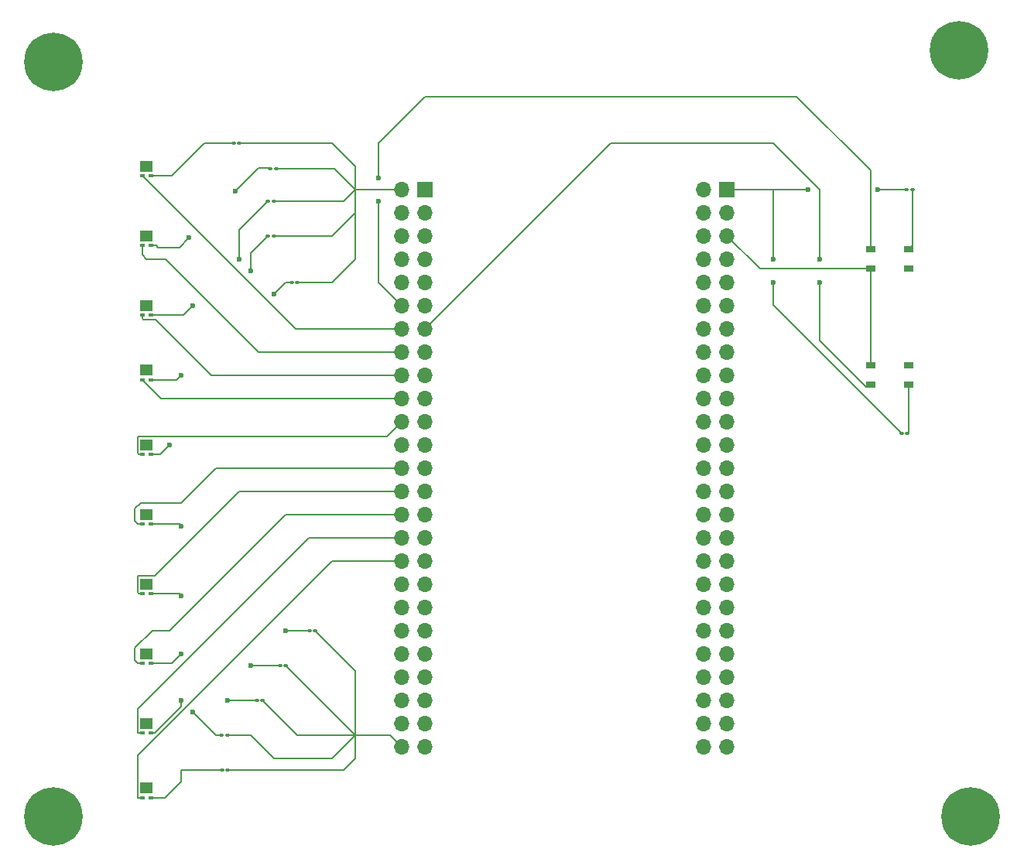
<source format=gbr>
%TF.GenerationSoftware,KiCad,Pcbnew,(7.0.0)*%
%TF.CreationDate,2023-05-31T23:53:27-06:00*%
%TF.ProjectId,Final Project - Shield (2),46696e61-6c20-4507-926f-6a656374202d,rev?*%
%TF.SameCoordinates,Original*%
%TF.FileFunction,Copper,L1,Top*%
%TF.FilePolarity,Positive*%
%FSLAX46Y46*%
G04 Gerber Fmt 4.6, Leading zero omitted, Abs format (unit mm)*
G04 Created by KiCad (PCBNEW (7.0.0)) date 2023-05-31 23:53:27*
%MOMM*%
%LPD*%
G01*
G04 APERTURE LIST*
G04 Aperture macros list*
%AMRoundRect*
0 Rectangle with rounded corners*
0 $1 Rounding radius*
0 $2 $3 $4 $5 $6 $7 $8 $9 X,Y pos of 4 corners*
0 Add a 4 corners polygon primitive as box body*
4,1,4,$2,$3,$4,$5,$6,$7,$8,$9,$2,$3,0*
0 Add four circle primitives for the rounded corners*
1,1,$1+$1,$2,$3*
1,1,$1+$1,$4,$5*
1,1,$1+$1,$6,$7*
1,1,$1+$1,$8,$9*
0 Add four rect primitives between the rounded corners*
20,1,$1+$1,$2,$3,$4,$5,0*
20,1,$1+$1,$4,$5,$6,$7,0*
20,1,$1+$1,$6,$7,$8,$9,0*
20,1,$1+$1,$8,$9,$2,$3,0*%
G04 Aperture macros list end*
%TA.AperFunction,SMDPad,CuDef*%
%ADD10R,0.550000X0.380000*%
%TD*%
%TA.AperFunction,SMDPad,CuDef*%
%ADD11R,1.400000X1.200000*%
%TD*%
%TA.AperFunction,SMDPad,CuDef*%
%ADD12RoundRect,0.100000X0.130000X0.100000X-0.130000X0.100000X-0.130000X-0.100000X0.130000X-0.100000X0*%
%TD*%
%TA.AperFunction,SMDPad,CuDef*%
%ADD13R,1.050000X0.650000*%
%TD*%
%TA.AperFunction,ComponentPad*%
%ADD14C,6.400000*%
%TD*%
%TA.AperFunction,SMDPad,CuDef*%
%ADD15RoundRect,0.100000X-0.130000X-0.100000X0.130000X-0.100000X0.130000X0.100000X-0.130000X0.100000X0*%
%TD*%
%TA.AperFunction,ComponentPad*%
%ADD16R,1.700000X1.700000*%
%TD*%
%TA.AperFunction,ComponentPad*%
%ADD17O,1.700000X1.700000*%
%TD*%
%TA.AperFunction,ViaPad*%
%ADD18C,0.600000*%
%TD*%
%TA.AperFunction,Conductor*%
%ADD19C,0.200000*%
%TD*%
G04 APERTURE END LIST*
D10*
%TO.P,D8,1,K*%
%TO.N,Net-(D8-K)*%
X102049999Y-120419999D03*
%TO.P,D8,2,A*%
%TO.N,LD8*%
X101149999Y-120419999D03*
D11*
%TO.P,D8,3*%
%TO.N,N/C*%
X101599999Y-119379999D03*
%TD*%
D12*
%TO.P,R4,1*%
%TO.N,GND*%
X115545000Y-73660000D03*
%TO.P,R4,2*%
%TO.N,Net-(D4-K)*%
X114905000Y-73660000D03*
%TD*%
D10*
%TO.P,D10,1,K*%
%TO.N,Net-(D10-K)*%
X102049999Y-135139999D03*
%TO.P,D10,2,A*%
%TO.N,LD10*%
X101149999Y-135139999D03*
D11*
%TO.P,D10,3*%
%TO.N,N/C*%
X101599999Y-134099999D03*
%TD*%
D13*
%TO.P,SW1,1,A*%
%TO.N,B1*%
X180804999Y-75124999D03*
X184954999Y-75124999D03*
%TO.P,SW1,2,B*%
%TO.N,+3V0*%
X180804999Y-77274999D03*
X184954999Y-77274999D03*
%TD*%
D12*
%TO.P,R10,1*%
%TO.N,GND*%
X110490000Y-132080000D03*
%TO.P,R10,2*%
%TO.N,Net-(D10-K)*%
X109850000Y-132080000D03*
%TD*%
D14*
%TO.P,H2,1*%
%TO.N,N/C*%
X190500000Y-53340000D03*
%TD*%
D15*
%TO.P,R11,1*%
%TO.N,GND*%
X184175000Y-95250000D03*
%TO.P,R11,2*%
%TO.N,B2*%
X184815000Y-95250000D03*
%TD*%
D12*
%TO.P,R8,1*%
%TO.N,GND*%
X114300000Y-124460000D03*
%TO.P,R8,2*%
%TO.N,Net-(D8-K)*%
X113660000Y-124460000D03*
%TD*%
D10*
%TO.P,D7,1,K*%
%TO.N,Net-(D7-K)*%
X102049999Y-112799999D03*
%TO.P,D7,2,A*%
%TO.N,LD7*%
X101149999Y-112799999D03*
D11*
%TO.P,D7,3*%
%TO.N,N/C*%
X101599999Y-111759999D03*
%TD*%
D12*
%TO.P,R6,1*%
%TO.N,GND*%
X120045000Y-116840000D03*
%TO.P,R6,2*%
%TO.N,Net-(D6-K)*%
X119405000Y-116840000D03*
%TD*%
%TO.P,R12,1*%
%TO.N,GND*%
X111760000Y-63500000D03*
%TO.P,R12,2*%
%TO.N,Net-(D1-K)*%
X111120000Y-63500000D03*
%TD*%
D16*
%TO.P,J1,1,Pin_1*%
%TO.N,GND*%
X132079999Y-68579999D03*
D17*
%TO.P,J1,2,Pin_2*%
X129539999Y-68579999D03*
%TO.P,J1,3,Pin_3*%
%TO.N,unconnected-(J1-Pin_3-Pad3)*%
X132079999Y-71119999D03*
%TO.P,J1,4,Pin_4*%
%TO.N,unconnected-(J1-Pin_4-Pad4)*%
X129539999Y-71119999D03*
%TO.P,J1,5,Pin_5*%
%TO.N,unconnected-(J1-Pin_5-Pad5)*%
X132079999Y-73659999D03*
%TO.P,J1,6,Pin_6*%
%TO.N,GND*%
X129539999Y-73659999D03*
%TO.P,J1,7,Pin_7*%
%TO.N,unconnected-(J1-Pin_7-Pad7)*%
X132079999Y-76199999D03*
%TO.P,J1,8,Pin_8*%
%TO.N,unconnected-(J1-Pin_8-Pad8)*%
X129539999Y-76199999D03*
%TO.P,J1,9,Pin_9*%
%TO.N,unconnected-(J1-Pin_9-Pad9)*%
X132079999Y-78739999D03*
%TO.P,J1,10,Pin_10*%
%TO.N,unconnected-(J1-Pin_10-Pad10)*%
X129539999Y-78739999D03*
%TO.P,J1,11,Pin_11*%
%TO.N,unconnected-(J1-Pin_11-Pad11)*%
X132079999Y-81279999D03*
%TO.P,J1,12,Pin_12*%
%TO.N,B1*%
X129539999Y-81279999D03*
%TO.P,J1,13,Pin_13*%
%TO.N,B2*%
X132079999Y-83819999D03*
%TO.P,J1,14,Pin_14*%
%TO.N,LD1*%
X129539999Y-83819999D03*
%TO.P,J1,15,Pin_15*%
%TO.N,unconnected-(J1-Pin_15-Pad15)*%
X132079999Y-86359999D03*
%TO.P,J1,16,Pin_16*%
%TO.N,LD2*%
X129539999Y-86359999D03*
%TO.P,J1,17,Pin_17*%
%TO.N,unconnected-(J1-Pin_17-Pad17)*%
X132079999Y-88899999D03*
%TO.P,J1,18,Pin_18*%
%TO.N,LD3*%
X129539999Y-88899999D03*
%TO.P,J1,19,Pin_19*%
%TO.N,unconnected-(J1-Pin_19-Pad19)*%
X132079999Y-91439999D03*
%TO.P,J1,20,Pin_20*%
%TO.N,LD4*%
X129539999Y-91439999D03*
%TO.P,J1,21,Pin_21*%
%TO.N,unconnected-(J1-Pin_21-Pad21)*%
X132079999Y-93979999D03*
%TO.P,J1,22,Pin_22*%
%TO.N,LD5*%
X129539999Y-93979999D03*
%TO.P,J1,23,Pin_23*%
%TO.N,unconnected-(J1-Pin_23-Pad23)*%
X132079999Y-96519999D03*
%TO.P,J1,24,Pin_24*%
%TO.N,GND*%
X129539999Y-96519999D03*
%TO.P,J1,25,Pin_25*%
%TO.N,unconnected-(J1-Pin_25-Pad25)*%
X132079999Y-99059999D03*
%TO.P,J1,26,Pin_26*%
%TO.N,LD6*%
X129539999Y-99059999D03*
%TO.P,J1,27,Pin_27*%
%TO.N,unconnected-(J1-Pin_27-Pad27)*%
X132079999Y-101599999D03*
%TO.P,J1,28,Pin_28*%
%TO.N,LD7*%
X129539999Y-101599999D03*
%TO.P,J1,29,Pin_29*%
%TO.N,unconnected-(J1-Pin_29-Pad29)*%
X132079999Y-104139999D03*
%TO.P,J1,30,Pin_30*%
%TO.N,LD8*%
X129539999Y-104139999D03*
%TO.P,J1,31,Pin_31*%
%TO.N,unconnected-(J1-Pin_31-Pad31)*%
X132079999Y-106679999D03*
%TO.P,J1,32,Pin_32*%
%TO.N,LD9*%
X129539999Y-106679999D03*
%TO.P,J1,33,Pin_33*%
%TO.N,unconnected-(J1-Pin_33-Pad33)*%
X132079999Y-109219999D03*
%TO.P,J1,34,Pin_34*%
%TO.N,LD10*%
X129539999Y-109219999D03*
%TO.P,J1,35,Pin_35*%
%TO.N,unconnected-(J1-Pin_35-Pad35)*%
X132079999Y-111759999D03*
%TO.P,J1,36,Pin_36*%
%TO.N,unconnected-(J1-Pin_36-Pad36)*%
X129539999Y-111759999D03*
%TO.P,J1,37,Pin_37*%
%TO.N,unconnected-(J1-Pin_37-Pad37)*%
X132079999Y-114299999D03*
%TO.P,J1,38,Pin_38*%
%TO.N,unconnected-(J1-Pin_38-Pad38)*%
X129539999Y-114299999D03*
%TO.P,J1,39,Pin_39*%
%TO.N,unconnected-(J1-Pin_39-Pad39)*%
X132079999Y-116839999D03*
%TO.P,J1,40,Pin_40*%
%TO.N,unconnected-(J1-Pin_40-Pad40)*%
X129539999Y-116839999D03*
%TO.P,J1,41,Pin_41*%
%TO.N,unconnected-(J1-Pin_41-Pad41)*%
X132079999Y-119379999D03*
%TO.P,J1,42,Pin_42*%
%TO.N,unconnected-(J1-Pin_42-Pad42)*%
X129539999Y-119379999D03*
%TO.P,J1,43,Pin_43*%
%TO.N,unconnected-(J1-Pin_43-Pad43)*%
X132079999Y-121919999D03*
%TO.P,J1,44,Pin_44*%
%TO.N,unconnected-(J1-Pin_44-Pad44)*%
X129539999Y-121919999D03*
%TO.P,J1,45,Pin_45*%
%TO.N,unconnected-(J1-Pin_45-Pad45)*%
X132079999Y-124459999D03*
%TO.P,J1,46,Pin_46*%
%TO.N,unconnected-(J1-Pin_46-Pad46)*%
X129539999Y-124459999D03*
%TO.P,J1,47,Pin_47*%
%TO.N,unconnected-(J1-Pin_47-Pad47)*%
X132079999Y-126999999D03*
%TO.P,J1,48,Pin_48*%
%TO.N,unconnected-(J1-Pin_48-Pad48)*%
X129539999Y-126999999D03*
%TO.P,J1,49,Pin_49*%
%TO.N,GND*%
X132079999Y-129539999D03*
%TO.P,J1,50,Pin_50*%
X129539999Y-129539999D03*
%TD*%
D12*
%TO.P,R2,1*%
%TO.N,GND*%
X115785000Y-66302765D03*
%TO.P,R2,2*%
%TO.N,Net-(D2-K)*%
X115145000Y-66302765D03*
%TD*%
D13*
%TO.P,SW2,1,A*%
%TO.N,B2*%
X184954999Y-89974999D03*
X180804999Y-89974999D03*
%TO.P,SW2,2,B*%
%TO.N,+3V0*%
X184954999Y-87824999D03*
X180804999Y-87824999D03*
%TD*%
D14*
%TO.P,H4,1*%
%TO.N,N/C*%
X191770000Y-137160000D03*
%TD*%
D10*
%TO.P,D2,1,K*%
%TO.N,Net-(D2-K)*%
X102049999Y-74699999D03*
%TO.P,D2,2,A*%
%TO.N,LD2*%
X101149999Y-74699999D03*
D11*
%TO.P,D2,3*%
%TO.N,N/C*%
X101599999Y-73659999D03*
%TD*%
D15*
%TO.P,R1,1*%
%TO.N,GND*%
X184755000Y-68580000D03*
%TO.P,R1,2*%
%TO.N,B1*%
X185395000Y-68580000D03*
%TD*%
D12*
%TO.P,R3,1*%
%TO.N,GND*%
X115545000Y-69850000D03*
%TO.P,R3,2*%
%TO.N,Net-(D3-K)*%
X114905000Y-69850000D03*
%TD*%
D10*
%TO.P,D1,1,K*%
%TO.N,Net-(D1-K)*%
X102049999Y-67079999D03*
%TO.P,D1,2,A*%
%TO.N,LD1*%
X101149999Y-67079999D03*
D11*
%TO.P,D1,3*%
%TO.N,N/C*%
X101599999Y-66039999D03*
%TD*%
D14*
%TO.P,H1,1*%
%TO.N,N/C*%
X91440000Y-54610000D03*
%TD*%
D10*
%TO.P,D9,1,K*%
%TO.N,Net-(D9-K)*%
X102049999Y-128039999D03*
%TO.P,D9,2,A*%
%TO.N,LD9*%
X101149999Y-128039999D03*
D11*
%TO.P,D9,3*%
%TO.N,N/C*%
X101599999Y-126999999D03*
%TD*%
D10*
%TO.P,D6,1,K*%
%TO.N,Net-(D6-K)*%
X102049999Y-105179999D03*
%TO.P,D6,2,A*%
%TO.N,LD6*%
X101149999Y-105179999D03*
D11*
%TO.P,D6,3*%
%TO.N,N/C*%
X101599999Y-104139999D03*
%TD*%
D16*
%TO.P,J2,1,Pin_1*%
%TO.N,GND*%
X165099999Y-68579999D03*
D17*
%TO.P,J2,2,Pin_2*%
X162559999Y-68579999D03*
%TO.P,J2,3,Pin_3*%
%TO.N,+5V*%
X165099999Y-71119999D03*
%TO.P,J2,4,Pin_4*%
X162559999Y-71119999D03*
%TO.P,J2,5,Pin_5*%
%TO.N,+3V0*%
X165099999Y-73659999D03*
%TO.P,J2,6,Pin_6*%
X162559999Y-73659999D03*
%TO.P,J2,7,Pin_7*%
%TO.N,unconnected-(J2-Pin_7-Pad7)*%
X165099999Y-76199999D03*
%TO.P,J2,8,Pin_8*%
%TO.N,unconnected-(J2-Pin_8-Pad8)*%
X162559999Y-76199999D03*
%TO.P,J2,9,Pin_9*%
%TO.N,unconnected-(J2-Pin_9-Pad9)*%
X165099999Y-78739999D03*
%TO.P,J2,10,Pin_10*%
%TO.N,unconnected-(J2-Pin_10-Pad10)*%
X162559999Y-78739999D03*
%TO.P,J2,11,Pin_11*%
%TO.N,unconnected-(J2-Pin_11-Pad11)*%
X165099999Y-81279999D03*
%TO.P,J2,12,Pin_12*%
%TO.N,unconnected-(J2-Pin_12-Pad12)*%
X162559999Y-81279999D03*
%TO.P,J2,13,Pin_13*%
%TO.N,unconnected-(J2-Pin_13-Pad13)*%
X165099999Y-83819999D03*
%TO.P,J2,14,Pin_14*%
%TO.N,unconnected-(J2-Pin_14-Pad14)*%
X162559999Y-83819999D03*
%TO.P,J2,15,Pin_15*%
%TO.N,unconnected-(J2-Pin_15-Pad15)*%
X165099999Y-86359999D03*
%TO.P,J2,16,Pin_16*%
%TO.N,unconnected-(J2-Pin_16-Pad16)*%
X162559999Y-86359999D03*
%TO.P,J2,17,Pin_17*%
%TO.N,unconnected-(J2-Pin_17-Pad17)*%
X165099999Y-88899999D03*
%TO.P,J2,18,Pin_18*%
%TO.N,unconnected-(J2-Pin_18-Pad18)*%
X162559999Y-88899999D03*
%TO.P,J2,19,Pin_19*%
%TO.N,unconnected-(J2-Pin_19-Pad19)*%
X165099999Y-91439999D03*
%TO.P,J2,20,Pin_20*%
%TO.N,unconnected-(J2-Pin_20-Pad20)*%
X162559999Y-91439999D03*
%TO.P,J2,21,Pin_21*%
%TO.N,unconnected-(J2-Pin_21-Pad21)*%
X165099999Y-93979999D03*
%TO.P,J2,22,Pin_22*%
%TO.N,unconnected-(J2-Pin_22-Pad22)*%
X162559999Y-93979999D03*
%TO.P,J2,23,Pin_23*%
%TO.N,unconnected-(J2-Pin_23-Pad23)*%
X165099999Y-96519999D03*
%TO.P,J2,24,Pin_24*%
%TO.N,unconnected-(J2-Pin_24-Pad24)*%
X162559999Y-96519999D03*
%TO.P,J2,25,Pin_25*%
%TO.N,unconnected-(J2-Pin_25-Pad25)*%
X165099999Y-99059999D03*
%TO.P,J2,26,Pin_26*%
%TO.N,unconnected-(J2-Pin_26-Pad26)*%
X162559999Y-99059999D03*
%TO.P,J2,27,Pin_27*%
%TO.N,unconnected-(J2-Pin_27-Pad27)*%
X165099999Y-101599999D03*
%TO.P,J2,28,Pin_28*%
%TO.N,unconnected-(J2-Pin_28-Pad28)*%
X162559999Y-101599999D03*
%TO.P,J2,29,Pin_29*%
%TO.N,unconnected-(J2-Pin_29-Pad29)*%
X165099999Y-104139999D03*
%TO.P,J2,30,Pin_30*%
%TO.N,unconnected-(J2-Pin_30-Pad30)*%
X162559999Y-104139999D03*
%TO.P,J2,31,Pin_31*%
%TO.N,unconnected-(J2-Pin_31-Pad31)*%
X165099999Y-106679999D03*
%TO.P,J2,32,Pin_32*%
%TO.N,unconnected-(J2-Pin_32-Pad32)*%
X162559999Y-106679999D03*
%TO.P,J2,33,Pin_33*%
%TO.N,unconnected-(J2-Pin_33-Pad33)*%
X165099999Y-109219999D03*
%TO.P,J2,34,Pin_34*%
%TO.N,unconnected-(J2-Pin_34-Pad34)*%
X162559999Y-109219999D03*
%TO.P,J2,35,Pin_35*%
%TO.N,unconnected-(J2-Pin_35-Pad35)*%
X165099999Y-111759999D03*
%TO.P,J2,36,Pin_36*%
%TO.N,unconnected-(J2-Pin_36-Pad36)*%
X162559999Y-111759999D03*
%TO.P,J2,37,Pin_37*%
%TO.N,unconnected-(J2-Pin_37-Pad37)*%
X165099999Y-114299999D03*
%TO.P,J2,38,Pin_38*%
%TO.N,unconnected-(J2-Pin_38-Pad38)*%
X162559999Y-114299999D03*
%TO.P,J2,39,Pin_39*%
%TO.N,unconnected-(J2-Pin_39-Pad39)*%
X165099999Y-116839999D03*
%TO.P,J2,40,Pin_40*%
%TO.N,unconnected-(J2-Pin_40-Pad40)*%
X162559999Y-116839999D03*
%TO.P,J2,41,Pin_41*%
%TO.N,unconnected-(J2-Pin_41-Pad41)*%
X165099999Y-119379999D03*
%TO.P,J2,42,Pin_42*%
%TO.N,unconnected-(J2-Pin_42-Pad42)*%
X162559999Y-119379999D03*
%TO.P,J2,43,Pin_43*%
%TO.N,unconnected-(J2-Pin_43-Pad43)*%
X165099999Y-121919999D03*
%TO.P,J2,44,Pin_44*%
%TO.N,unconnected-(J2-Pin_44-Pad44)*%
X162559999Y-121919999D03*
%TO.P,J2,45,Pin_45*%
%TO.N,unconnected-(J2-Pin_45-Pad45)*%
X165099999Y-124459999D03*
%TO.P,J2,46,Pin_46*%
%TO.N,unconnected-(J2-Pin_46-Pad46)*%
X162559999Y-124459999D03*
%TO.P,J2,47,Pin_47*%
%TO.N,unconnected-(J2-Pin_47-Pad47)*%
X165099999Y-126999999D03*
%TO.P,J2,48,Pin_48*%
%TO.N,unconnected-(J2-Pin_48-Pad48)*%
X162559999Y-126999999D03*
%TO.P,J2,49,Pin_49*%
%TO.N,GND*%
X165099999Y-129539999D03*
%TO.P,J2,50,Pin_50*%
X162559999Y-129539999D03*
%TD*%
D10*
%TO.P,D3,1,K*%
%TO.N,Net-(D3-K)*%
X102049999Y-82319999D03*
%TO.P,D3,2,A*%
%TO.N,LD3*%
X101149999Y-82319999D03*
D11*
%TO.P,D3,3*%
%TO.N,N/C*%
X101599999Y-81279999D03*
%TD*%
D12*
%TO.P,R7,1*%
%TO.N,GND*%
X116840000Y-120650000D03*
%TO.P,R7,2*%
%TO.N,Net-(D7-K)*%
X116200000Y-120650000D03*
%TD*%
D10*
%TO.P,D4,1,K*%
%TO.N,Net-(D4-K)*%
X102049999Y-89419999D03*
%TO.P,D4,2,A*%
%TO.N,LD4*%
X101149999Y-89419999D03*
D11*
%TO.P,D4,3*%
%TO.N,N/C*%
X101599999Y-88379999D03*
%TD*%
D14*
%TO.P,H3,1*%
%TO.N,N/C*%
X91440000Y-137160000D03*
%TD*%
D10*
%TO.P,D5,1,K*%
%TO.N,Net-(D5-K)*%
X102049999Y-97559999D03*
%TO.P,D5,2,A*%
%TO.N,LD5*%
X101149999Y-97559999D03*
D11*
%TO.P,D5,3*%
%TO.N,N/C*%
X101599999Y-96519999D03*
%TD*%
D12*
%TO.P,R9,1*%
%TO.N,GND*%
X110465000Y-128270000D03*
%TO.P,R9,2*%
%TO.N,Net-(D9-K)*%
X109825000Y-128270000D03*
%TD*%
%TO.P,R5,1*%
%TO.N,GND*%
X118110000Y-78740000D03*
%TO.P,R5,2*%
%TO.N,Net-(D5-K)*%
X117470000Y-78740000D03*
%TD*%
D18*
%TO.N,Net-(D2-K)*%
X106230000Y-73890000D03*
X111310000Y-68810000D03*
%TO.N,Net-(D3-K)*%
X111760000Y-76200000D03*
X106680000Y-81280000D03*
%TO.N,Net-(D4-K)*%
X113030000Y-77470000D03*
X105410000Y-88900000D03*
%TO.N,Net-(D5-K)*%
X115570000Y-80010000D03*
X104140000Y-96520000D03*
%TO.N,Net-(D6-K)*%
X116840000Y-116840000D03*
X105410000Y-105410000D03*
%TO.N,Net-(D7-K)*%
X113030000Y-120650000D03*
X105410000Y-113030000D03*
%TO.N,Net-(D8-K)*%
X105410000Y-119380000D03*
X110490000Y-124460000D03*
%TO.N,Net-(D9-K)*%
X106680000Y-125730000D03*
X105410000Y-124460000D03*
%TO.N,GND*%
X170180000Y-76200000D03*
X170180000Y-78740000D03*
X173990000Y-68580000D03*
X181610000Y-68580000D03*
%TO.N,B1*%
X127000000Y-67310000D03*
X127000000Y-69850000D03*
%TO.N,B2*%
X175260000Y-78740000D03*
X175260000Y-76200000D03*
%TD*%
D19*
%TO.N,Net-(D1-K)*%
X107950000Y-63500000D02*
X111120000Y-63500000D01*
X104370000Y-67080000D02*
X107950000Y-63500000D01*
X102050000Y-67080000D02*
X104370000Y-67080000D01*
%TO.N,LD1*%
X129540000Y-83820000D02*
X117890000Y-83820000D01*
X117890000Y-83820000D02*
X101150000Y-67080000D01*
%TO.N,Net-(D2-K)*%
X113850000Y-66270000D02*
X115112235Y-66270000D01*
X111310000Y-68810000D02*
X113850000Y-66270000D01*
X105190000Y-74930000D02*
X106230000Y-73890000D01*
X105190000Y-74930000D02*
X102870000Y-74930000D01*
X102640000Y-74700000D02*
X102050000Y-74700000D01*
X102870000Y-74930000D02*
X102640000Y-74700000D01*
X115112235Y-66270000D02*
X115145000Y-66302765D01*
%TO.N,LD2*%
X129540000Y-86360000D02*
X113810000Y-86360000D01*
X113810000Y-86360000D02*
X103650000Y-76200000D01*
X103650000Y-76200000D02*
X101600000Y-76200000D01*
X101150000Y-75750000D02*
X101150000Y-74700000D01*
X101600000Y-76200000D02*
X101150000Y-75750000D01*
%TO.N,Net-(D3-K)*%
X111760000Y-72995000D02*
X114905000Y-69850000D01*
X105640000Y-82320000D02*
X106680000Y-81280000D01*
X111760000Y-76200000D02*
X111760000Y-72995000D01*
X102050000Y-82320000D02*
X105640000Y-82320000D01*
%TO.N,LD3*%
X129540000Y-88900000D02*
X108715000Y-88900000D01*
X108715000Y-88900000D02*
X102625000Y-82810000D01*
X101150000Y-82710000D02*
X101150000Y-82320000D01*
X102625000Y-82810000D02*
X101250000Y-82810000D01*
X101250000Y-82810000D02*
X101150000Y-82710000D01*
%TO.N,Net-(D4-K)*%
X113030000Y-75535000D02*
X113030000Y-77470000D01*
X104890000Y-89420000D02*
X102050000Y-89420000D01*
X114905000Y-73660000D02*
X113030000Y-75535000D01*
X105410000Y-88900000D02*
X104890000Y-89420000D01*
%TO.N,LD4*%
X103170000Y-91440000D02*
X101150000Y-89420000D01*
X129540000Y-91440000D02*
X103170000Y-91440000D01*
%TO.N,Net-(D5-K)*%
X117470000Y-78740000D02*
X116840000Y-78740000D01*
X104140000Y-96520000D02*
X103100000Y-97560000D01*
X103100000Y-97560000D02*
X102050000Y-97560000D01*
X116840000Y-78740000D02*
X115570000Y-80010000D01*
%TO.N,LD5*%
X100600000Y-97420000D02*
X100740000Y-97560000D01*
X127900000Y-95620000D02*
X100600000Y-95620000D01*
X100740000Y-97560000D02*
X101150000Y-97560000D01*
X129540000Y-93980000D02*
X127900000Y-95620000D01*
X100600000Y-95620000D02*
X100600000Y-97420000D01*
%TO.N,Net-(D6-K)*%
X105180000Y-105180000D02*
X105410000Y-105410000D01*
X102050000Y-105180000D02*
X105180000Y-105180000D01*
X116840000Y-116840000D02*
X119405000Y-116840000D01*
%TO.N,LD6*%
X100675000Y-105180000D02*
X101150000Y-105180000D01*
X129540000Y-99060000D02*
X109220000Y-99060000D01*
X105410000Y-102870000D02*
X100970000Y-102870000D01*
X109220000Y-99060000D02*
X105410000Y-102870000D01*
X100330000Y-103510000D02*
X100330000Y-104835000D01*
X100970000Y-102870000D02*
X100330000Y-103510000D01*
X100330000Y-104835000D02*
X100675000Y-105180000D01*
%TO.N,Net-(D7-K)*%
X105180000Y-112800000D02*
X105410000Y-113030000D01*
X102050000Y-112800000D02*
X105180000Y-112800000D01*
X113030000Y-120650000D02*
X116200000Y-120650000D01*
%TO.N,LD7*%
X100600000Y-112660000D02*
X100740000Y-112800000D01*
X100740000Y-112800000D02*
X101150000Y-112800000D01*
X100600000Y-110860000D02*
X100600000Y-112660000D01*
X102500000Y-110860000D02*
X100600000Y-110860000D01*
X129540000Y-101600000D02*
X111760000Y-101600000D01*
X111760000Y-101600000D02*
X102500000Y-110860000D01*
%TO.N,Net-(D8-K)*%
X110490000Y-124460000D02*
X113660000Y-124460000D01*
X102050000Y-120420000D02*
X104370000Y-120420000D01*
X104370000Y-120420000D02*
X105410000Y-119380000D01*
%TO.N,LD8*%
X100330000Y-120075000D02*
X100675000Y-120420000D01*
X104140000Y-116840000D02*
X102240000Y-116840000D01*
X102240000Y-116840000D02*
X100330000Y-118750000D01*
X100330000Y-118750000D02*
X100330000Y-120075000D01*
X116840000Y-104140000D02*
X104140000Y-116840000D01*
X129540000Y-104140000D02*
X116840000Y-104140000D01*
X100675000Y-120420000D02*
X101150000Y-120420000D01*
%TO.N,Net-(D9-K)*%
X102050000Y-128040000D02*
X102525000Y-128040000D01*
X106680000Y-125730000D02*
X109220000Y-128270000D01*
X109220000Y-128270000D02*
X109825000Y-128270000D01*
X105410000Y-125155000D02*
X105410000Y-124460000D01*
X102525000Y-128040000D02*
X105410000Y-125155000D01*
%TO.N,LD9*%
X119380000Y-106680000D02*
X100600000Y-125460000D01*
X100600000Y-127965000D02*
X100675000Y-128040000D01*
X129540000Y-106680000D02*
X119380000Y-106680000D01*
X100600000Y-125460000D02*
X100600000Y-127965000D01*
X100675000Y-128040000D02*
X101150000Y-128040000D01*
%TO.N,Net-(D10-K)*%
X105410000Y-132080000D02*
X109850000Y-132080000D01*
X105410000Y-133350000D02*
X105410000Y-132080000D01*
X103620000Y-135140000D02*
X105410000Y-133350000D01*
X102050000Y-135140000D02*
X103620000Y-135140000D01*
%TO.N,LD10*%
X100600000Y-130540000D02*
X100600000Y-135065000D01*
X100675000Y-135140000D02*
X101150000Y-135140000D01*
X121920000Y-109220000D02*
X100600000Y-130540000D01*
X100600000Y-135065000D02*
X100675000Y-135140000D01*
X129540000Y-109220000D02*
X121920000Y-109220000D01*
%TO.N,GND*%
X111760000Y-63500000D02*
X121920000Y-63500000D01*
X121920000Y-78740000D02*
X124460000Y-76200000D01*
X116840000Y-120650000D02*
X124460000Y-128270000D01*
X124460000Y-66040000D02*
X124460000Y-68580000D01*
X118110000Y-78740000D02*
X121920000Y-78740000D01*
X124460000Y-74930000D02*
X124460000Y-71120000D01*
X120650000Y-130810000D02*
X121920000Y-130810000D01*
X124460000Y-121255000D02*
X124460000Y-128270000D01*
X110490000Y-132080000D02*
X123190000Y-132080000D01*
X110465000Y-128270000D02*
X113030000Y-128270000D01*
X184755000Y-68580000D02*
X181610000Y-68580000D01*
X114300000Y-124460000D02*
X118110000Y-128270000D01*
X115545000Y-73660000D02*
X121920000Y-73660000D01*
X123190000Y-69850000D02*
X124460000Y-68580000D01*
X123190000Y-132080000D02*
X124460000Y-130810000D01*
X122182765Y-66302765D02*
X124460000Y-68580000D01*
X113030000Y-128270000D02*
X115570000Y-130810000D01*
X120045000Y-116840000D02*
X124460000Y-121255000D01*
X115545000Y-69850000D02*
X123190000Y-69850000D01*
X173990000Y-68580000D02*
X170180000Y-68580000D01*
X184175000Y-95250000D02*
X170180000Y-81255000D01*
X124460000Y-128270000D02*
X128270000Y-128270000D01*
X170180000Y-68580000D02*
X165100000Y-68580000D01*
X121920000Y-130810000D02*
X124460000Y-128270000D01*
X124460000Y-71120000D02*
X124460000Y-68580000D01*
X121920000Y-73660000D02*
X124460000Y-71120000D01*
X170180000Y-76200000D02*
X170180000Y-68580000D01*
X170180000Y-81255000D02*
X170180000Y-78740000D01*
X128270000Y-128270000D02*
X129540000Y-129540000D01*
X118110000Y-128270000D02*
X124460000Y-128270000D01*
X115570000Y-130810000D02*
X120650000Y-130810000D01*
X124460000Y-68580000D02*
X129540000Y-68580000D01*
X124460000Y-76200000D02*
X124460000Y-74930000D01*
X124460000Y-130810000D02*
X124460000Y-128270000D01*
X121920000Y-63500000D02*
X124460000Y-66040000D01*
X115785000Y-66302765D02*
X122182765Y-66302765D01*
%TO.N,B1*%
X132080000Y-58420000D02*
X172720000Y-58420000D01*
X185395000Y-74685000D02*
X184955000Y-75125000D01*
X127000000Y-63500000D02*
X132080000Y-58420000D01*
X127000000Y-69850000D02*
X127000000Y-78740000D01*
X172720000Y-58420000D02*
X180805000Y-66505000D01*
X180805000Y-66505000D02*
X180805000Y-75125000D01*
X127000000Y-63500000D02*
X127000000Y-67310000D01*
X129540000Y-81280000D02*
X127000000Y-78740000D01*
X185395000Y-68580000D02*
X185395000Y-74685000D01*
%TO.N,B2*%
X152400000Y-63500000D02*
X170180000Y-63500000D01*
X175260000Y-85090000D02*
X180340000Y-90170000D01*
X175260000Y-68580000D02*
X175260000Y-76200000D01*
X175260000Y-78740000D02*
X175260000Y-85090000D01*
X180535000Y-89975000D02*
X180805000Y-89975000D01*
X170180000Y-63500000D02*
X175260000Y-68580000D01*
X184955000Y-95110000D02*
X184955000Y-89975000D01*
X132080000Y-83820000D02*
X152400000Y-63500000D01*
X180340000Y-90170000D02*
X180535000Y-89975000D01*
X184815000Y-95250000D02*
X184955000Y-95110000D01*
%TO.N,+3V0*%
X180805000Y-87825000D02*
X180805000Y-77275000D01*
X180805000Y-77275000D02*
X168715000Y-77275000D01*
X168715000Y-77275000D02*
X165100000Y-73660000D01*
%TD*%
M02*

</source>
